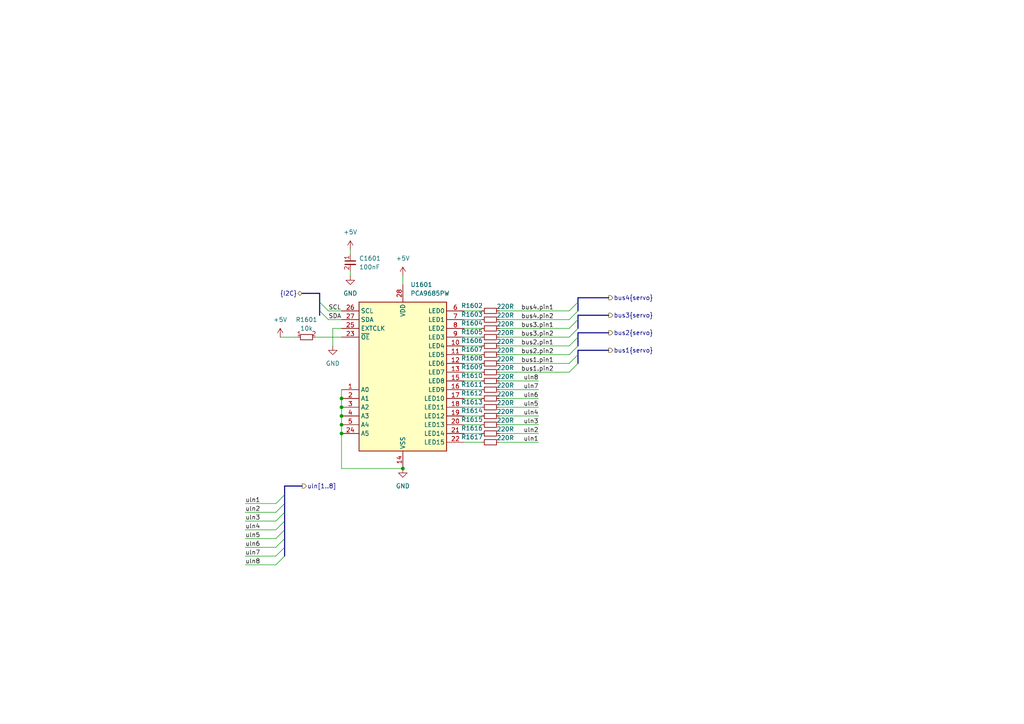
<source format=kicad_sch>
(kicad_sch (version 20231120) (generator "eeschema") (generator_version "8.0")
  (paper "A4")
  (lib_symbols
    (symbol "Device:R_Small" (pin_numbers hide) (pin_names (offset 0.254) hide)
      (property "Reference" "R" (at 0.762 0.508 0))
      (property "Value" "R_Small" (at 0.762 -1.016 0))
      (symbol "R_Small_0_1"
        (rectangle (start -0.762 1.778) (end 0.762 -1.778) (stroke (width 0.2032)))
      )
      (symbol "R_Small_1_1"
        (pin passive line (at 0 2.54 270) (length 0.762) (name "~") (number "1"))
        (pin passive line (at 0 -2.54 90) (length 0.762) (name "~") (number "2"))
      )
    )
    (symbol "Driver_LED:PCA9685PW"
      (property "Reference" "U" (at -12.7 22.225 0))
      (property "Value" "PCA9685PW" (at 1.27 22.225 0))
      (symbol "PCA9685PW_0_1"
        (rectangle (start -12.7 20.32) (end 12.7 -22.86) (stroke (width 0.254)) (fill (type background)))
      )
      (symbol "PCA9685PW_1_1"
        (pin input line (at -17.78 -5.08 0) (length 5.08) (name "A0") (number "1"))
        (pin output line (at 17.78 7.62 180) (length 5.08) (name "LED4") (number "10"))
        (pin output line (at 17.78 5.08 180) (length 5.08) (name "LED5") (number "11"))
        (pin output line (at 17.78 2.54 180) (length 5.08) (name "LED6") (number "12"))
        (pin output line (at 17.78 0 180) (length 5.08) (name "LED7") (number "13"))
        (pin power_in line (at 0 -27.94 90) (length 5.08) (name "VSS") (number "14"))
        (pin output line (at 17.78 -2.54 180) (length 5.08) (name "LED8") (number "15"))
        (pin output line (at 17.78 -5.08 180) (length 5.08) (name "LED9") (number "16"))
        (pin output line (at 17.78 -7.62 180) (length 5.08) (name "LED10") (number "17"))
        (pin output line (at 17.78 -10.16 180) (length 5.08) (name "LED11") (number "18"))
        (pin output line (at 17.78 -12.7 180) (length 5.08) (name "LED12") (number "19"))
        (pin input line (at -17.78 -7.62 0) (length 5.08) (name "A1") (number "2"))
        (pin output line (at 17.78 -15.24 180) (length 5.08) (name "LED13") (number "20"))
        (pin output line (at 17.78 -17.78 180) (length 5.08) (name "LED14") (number "21"))
        (pin output line (at 17.78 -20.32 180) (length 5.08) (name "LED15") (number "22"))
        (pin input line (at -17.78 10.16 0) (length 5.08) (name "~{OE}") (number "23"))
        (pin input line (at -17.78 -17.78 0) (length 5.08) (name "A5") (number "24"))
        (pin input line (at -17.78 12.7 0) (length 5.08) (name "EXTCLK") (number "25"))
        (pin input line (at -17.78 17.78 0) (length 5.08) (name "SCL") (number "26"))
        (pin bidirectional line (at -17.78 15.24 0) (length 5.08) (name "SDA") (number "27"))
        (pin power_in line (at 0 25.4 270) (length 5.08) (name "VDD") (number "28"))
        (pin input line (at -17.78 -10.16 0) (length 5.08) (name "A2") (number "3"))
        (pin input line (at -17.78 -12.7 0) (length 5.08) (name "A3") (number "4"))
        (pin input line (at -17.78 -15.24 0) (length 5.08) (name "A4") (number "5"))
        (pin output line (at 17.78 17.78 180) (length 5.08) (name "LED0") (number "6"))
        (pin output line (at 17.78 15.24 180) (length 5.08) (name "LED1") (number "7"))
        (pin output line (at 17.78 12.7 180) (length 5.08) (name "LED2") (number "8"))
        (pin output line (at 17.78 10.16 180) (length 5.08) (name "LED3") (number "9"))
      )
    )
    (symbol "capacitor_miscellaneous:C_0402_100nF"
      (property "Reference" "C" (at 1.27 2.54 0))
      (property "Value" "100nF" (at 3.81 -2.54 0))
      (symbol "C_0402_100nF_0_1"
        (polyline (pts (xy -1.524 -0.508) (xy 1.524 -0.508)) (stroke (width 0.3302)))
        (polyline (pts (xy -1.524 0.508) (xy 1.524 0.508)) (stroke (width 0.3048)))
      )
      (symbol "C_0402_100nF_1_1"
        (pin passive line (at 0 2.54 270) (length 2.032) (name "~") (number "1"))
        (pin passive line (at 0 -2.54 90) (length 2.032) (name "~") (number "2"))
      )
    )
    (symbol "power:+5V" (power) (pin_numbers hide) (pin_names (offset 0) hide)
      (property "Value" "+5V" (at 0 3.556 0))
      (symbol "+5V_0_1"
        (polyline (pts (xy -0.762 1.27) (xy 0 2.54)))
        (polyline (pts (xy 0 0) (xy 0 2.54)))
        (polyline (pts (xy 0 2.54) (xy 0.762 1.27)))
      )
      (symbol "+5V_1_1"
        (pin power_in line (at 0 0 90) (length 0) (name "~") (number "1"))
      )
    )
    (symbol "power:GND" (power) (pin_numbers hide) (pin_names (offset 0) hide)
      (property "Value" "GND" (at 0 -3.81 0))
      (symbol "GND_0_1"
        (polyline (pts (xy 0 0) (xy 0 -1.27) (xy 1.27 -1.27) (xy 0 -2.54) (xy -1.27 -1.27) (xy 0 -1.27)))
      )
      (symbol "GND_1_1"
        (pin power_in line (at 0 0 270) (length 0) (name "~") (number "1"))
      )
    )
    (symbol "resistors_0603:R_10k_0603"
      (property "Reference" "R" (at 1.27 2.54 0))
      (property "Value" "10k" (at 2.54 -2.54 0))
      (symbol "R_10k_0603_0_1"
        (rectangle (start -0.762 1.778) (end 0.762 -1.778) (stroke (width 0.2032)))
      )
      (symbol "R_10k_0603_1_1"
        (pin passive line (at 0 2.54 270) (length 0.762) (name "~") (number "1"))
        (pin passive line (at 0 -2.54 90) (length 0.762) (name "~") (number "2"))
      )
    )
  )
  (junction (at 99.06 123.19))
  (junction (at 116.84 135.89))
  (junction (at 99.06 118.11))
  (junction (at 99.06 120.65))
  (junction (at 99.06 115.57))
  (junction (at 99.06 125.73))
  (bus_entry (at 167.64 90.17) (size -2.54 2.54))
  (bus_entry (at 165.1 90.17) (size 2.54 -2.54))
  (bus_entry (at 167.64 102.87) (size -2.54 2.54))
  (bus_entry (at 80.01 163.83) (size 2.54 -2.54))
  (bus_entry (at 80.01 153.67) (size 2.54 -2.54))
  (bus_entry (at 80.01 146.05) (size 2.54 -2.54))
  (bus_entry (at 80.01 161.29) (size 2.54 -2.54))
  (bus_entry (at 80.01 151.13) (size 2.54 -2.54))
  (bus_entry (at 167.64 95.25) (size -2.54 2.54))
  (bus_entry (at 80.01 158.75) (size 2.54 -2.54))
  (bus_entry (at 92.71 87.63) (size 2.54 2.54))
  (bus_entry (at 167.64 100.33) (size -2.54 2.54))
  (bus_entry (at 167.64 92.71) (size -2.54 2.54))
  (bus_entry (at 92.71 90.17) (size 2.54 2.54))
  (bus_entry (at 80.01 156.21) (size 2.54 -2.54))
  (bus_entry (at 167.64 97.79) (size -2.54 2.54))
  (bus_entry (at 167.64 105.41) (size -2.54 2.54))
  (bus_entry (at 80.01 148.59) (size 2.54 -2.54))
  (bus (pts (xy 167.64 91.44) (xy 176.53 91.44)))
  (bus (pts (xy 167.64 86.36) (xy 167.64 87.63)))
  (wire (pts (xy 80.01 146.05) (xy 71.12 146.05)))
  (wire (pts (xy 134.62 105.41) (xy 139.7 105.41)))
  (wire (pts (xy 95.25 90.17) (xy 99.06 90.17)))
  (wire (pts (xy 134.62 102.87) (xy 139.7 102.87)))
  (bus (pts (xy 82.55 153.67) (xy 82.55 151.13)))
  (wire (pts (xy 80.01 153.67) (xy 71.12 153.67)))
  (wire (pts (xy 156.21 118.11) (xy 144.78 118.11)))
  (bus (pts (xy 82.55 148.59) (xy 82.55 146.05)))
  (bus (pts (xy 167.64 87.63) (xy 167.64 90.17)))
  (bus (pts (xy 82.55 151.13) (xy 82.55 148.59)))
  (bus (pts (xy 167.64 91.44) (xy 167.64 92.71)))
  (wire (pts (xy 156.21 113.03) (xy 144.78 113.03)))
  (wire (pts (xy 156.21 123.19) (xy 144.78 123.19)))
  (wire (pts (xy 144.78 95.25) (xy 165.1 95.25)))
  (bus (pts (xy 82.55 158.75) (xy 82.55 156.21)))
  (wire (pts (xy 99.06 135.89) (xy 116.84 135.89)))
  (wire (pts (xy 96.52 95.25) (xy 99.06 95.25)))
  (wire (pts (xy 99.06 125.73) (xy 99.06 135.89)))
  (bus (pts (xy 82.55 156.21) (xy 82.55 153.67)))
  (bus (pts (xy 167.64 96.52) (xy 176.53 96.52)))
  (wire (pts (xy 139.7 125.73) (xy 134.62 125.73)))
  (wire (pts (xy 144.78 102.87) (xy 165.1 102.87)))
  (wire (pts (xy 81.28 97.79) (xy 86.36 97.79)))
  (wire (pts (xy 156.21 110.49) (xy 144.78 110.49)))
  (bus (pts (xy 92.71 85.09) (xy 92.71 87.63)))
  (wire (pts (xy 139.7 110.49) (xy 134.62 110.49)))
  (bus (pts (xy 82.55 161.29) (xy 82.55 158.75)))
  (wire (pts (xy 134.62 97.79) (xy 139.7 97.79)))
  (bus (pts (xy 92.71 90.17) (xy 92.71 91.44)))
  (wire (pts (xy 134.62 90.17) (xy 139.7 90.17)))
  (wire (pts (xy 80.01 156.21) (xy 71.12 156.21)))
  (wire (pts (xy 139.7 120.65) (xy 134.62 120.65)))
  (wire (pts (xy 134.62 100.33) (xy 139.7 100.33)))
  (wire (pts (xy 80.01 151.13) (xy 71.12 151.13)))
  (wire (pts (xy 156.21 115.57) (xy 144.78 115.57)))
  (wire (pts (xy 116.84 80.01) (xy 116.84 82.55)))
  (wire (pts (xy 99.06 113.03) (xy 99.06 115.57)))
  (wire (pts (xy 134.62 92.71) (xy 139.7 92.71)))
  (wire (pts (xy 156.21 125.73) (xy 144.78 125.73)))
  (wire (pts (xy 96.52 100.33) (xy 96.52 95.25)))
  (wire (pts (xy 80.01 163.83) (xy 71.12 163.83)))
  (wire (pts (xy 144.78 97.79) (xy 165.1 97.79)))
  (wire (pts (xy 99.06 115.57) (xy 99.06 118.11)))
  (bus (pts (xy 82.55 143.51) (xy 82.55 140.97)))
  (wire (pts (xy 139.7 128.27) (xy 134.62 128.27)))
  (wire (pts (xy 99.06 123.19) (xy 99.06 125.73)))
  (wire (pts (xy 144.78 107.95) (xy 165.1 107.95)))
  (wire (pts (xy 144.78 100.33) (xy 165.1 100.33)))
  (wire (pts (xy 99.06 118.11) (xy 99.06 120.65)))
  (bus (pts (xy 167.64 97.79) (xy 167.64 100.33)))
  (bus (pts (xy 167.64 86.36) (xy 176.53 86.36)))
  (wire (pts (xy 139.7 118.11) (xy 134.62 118.11)))
  (wire (pts (xy 144.78 105.41) (xy 165.1 105.41)))
  (wire (pts (xy 134.62 95.25) (xy 139.7 95.25)))
  (bus (pts (xy 167.64 92.71) (xy 167.64 95.25)))
  (wire (pts (xy 139.7 113.03) (xy 134.62 113.03)))
  (wire (pts (xy 144.78 92.71) (xy 165.1 92.71)))
  (bus (pts (xy 167.64 101.6) (xy 176.53 101.6)))
  (wire (pts (xy 134.62 107.95) (xy 139.7 107.95)))
  (wire (pts (xy 99.06 120.65) (xy 99.06 123.19)))
  (wire (pts (xy 80.01 161.29) (xy 71.12 161.29)))
  (wire (pts (xy 80.01 148.59) (xy 71.12 148.59)))
  (bus (pts (xy 82.55 140.97) (xy 87.63 140.97)))
  (wire (pts (xy 91.44 97.79) (xy 99.06 97.79)))
  (bus (pts (xy 167.64 96.52) (xy 167.64 97.79)))
  (wire (pts (xy 139.7 115.57) (xy 134.62 115.57)))
  (wire (pts (xy 101.6 72.39) (xy 101.6 73.66)))
  (bus (pts (xy 82.55 146.05) (xy 82.55 143.51)))
  (wire (pts (xy 139.7 123.19) (xy 134.62 123.19)))
  (bus (pts (xy 167.64 102.87) (xy 167.64 105.41)))
  (wire (pts (xy 156.21 128.27) (xy 144.78 128.27)))
  (wire (pts (xy 101.6 78.74) (xy 101.6 80.01)))
  (bus (pts (xy 167.64 101.6) (xy 167.64 102.87)))
  (wire (pts (xy 80.01 158.75) (xy 71.12 158.75)))
  (wire (pts (xy 95.25 92.71) (xy 99.06 92.71)))
  (bus (pts (xy 87.63 85.09) (xy 92.71 85.09)))
  (bus (pts (xy 92.71 87.63) (xy 92.71 90.17)))
  (wire (pts (xy 144.78 90.17) (xy 165.1 90.17)))
  (wire (pts (xy 156.21 120.65) (xy 144.78 120.65)))
  (label "bus4.pin1" (at 151.13 90.17 0))
  (label "uln2" (at 71.12 148.59 0))
  (label "uln1" (at 71.12 146.05 0))
  (label "uln2" (at 156.21 125.73 180))
  (label "uln5" (at 71.12 156.21 0))
  (label "uln8" (at 156.21 110.49 180))
  (label "uln7" (at 156.21 113.03 180))
  (label "SDA" (at 95.25 92.71 0))
  (label "bus1.pin2" (at 151.13 107.95 0))
  (label "bus3.pin1" (at 151.13 95.25 0))
  (label "uln3" (at 71.12 151.13 0))
  (label "SCL" (at 95.25 90.17 0))
  (label "uln6" (at 156.21 115.57 180))
  (label "uln8" (at 71.12 163.83 0))
  (label "uln1" (at 156.21 128.27 180))
  (label "bus2.pin2" (at 151.13 102.87 0))
  (label "uln7" (at 71.12 161.29 0))
  (label "uln4" (at 156.21 120.65 180))
  (label "bus1.pin1" (at 151.13 105.41 0))
  (label "uln6" (at 71.12 158.75 0))
  (label "bus2.pin1" (at 151.13 100.33 0))
  (label "uln5" (at 156.21 118.11 180))
  (label "bus4.pin2" (at 151.13 92.71 0))
  (label "bus3.pin2" (at 151.13 97.79 0))
  (label "uln4" (at 71.12 153.67 0))
  (label "uln3" (at 156.21 123.19 180))
  (hierarchical_label "bus4{servo}" (shape output) (at 176.53 86.36 0))
  (hierarchical_label "bus1{servo}" (shape output) (at 176.53 101.6 0))
  (hierarchical_label "bus3{servo}" (shape output) (at 176.53 91.44 0))
  (hierarchical_label "bus2{servo}" (shape output) (at 176.53 96.52 0))
  (hierarchical_label "uln[1..8]" (shape output) (at 87.63 140.97 0))
  (hierarchical_label "{I2C}" (shape bidirectional) (at 87.63 85.09 180))
  (symbol (lib_id "Device:R_Small") (at 142.24 100.33 90) (unit 1)
    (property "Reference" "R1606" (at 136.906 98.806 90))
    (property "Value" "220R" (at 146.558 99.06 90))
    (property "Footprint" "Resistor_SMD:R_0402_1005Metric" (effects (hide yes)))
    (property "Description" "Resistor, small symbol" (effects (hide yes)))
    (property "JLCPCB Part#" "C25091" (effects (hide yes)))
  )
  (symbol (lib_id "Device:R_Small") (at 142.24 107.95 90) (unit 1)
    (property "Reference" "R1609" (at 136.906 106.426 90))
    (property "Value" "220R" (at 146.558 106.68 90))
    (property "Footprint" "Resistor_SMD:R_0402_1005Metric" (effects (hide yes)))
    (property "Description" "Resistor, small symbol" (effects (hide yes)))
    (property "JLCPCB Part#" "C25091" (effects (hide yes)))
  )
  (symbol (lib_id "power:GND") (at 96.52 100.33 0) (unit 1)
    (property "Reference" "#PWR01606" (effects (hide yes)))
    (property "Value" "GND" (at 96.52 105.41 0))
    (property "Description" "Power symbol creates a global label with name \"GND\" , ground" (effects (hide yes)))
  )
  (symbol (lib_id "power:GND") (at 101.6 80.01 0) (unit 1)
    (property "Reference" "#PWR01604" (effects (hide yes)))
    (property "Value" "GND" (at 101.6 85.09 0))
    (property "Description" "Power symbol creates a global label with name \"GND\" , ground" (effects (hide yes)))
  )
  (symbol (lib_id "Device:R_Small") (at 142.24 105.41 90) (unit 1)
    (property "Reference" "R1608" (at 136.906 103.886 90))
    (property "Value" "220R" (at 146.558 104.14 90))
    (property "Footprint" "Resistor_SMD:R_0402_1005Metric" (effects (hide yes)))
    (property "Description" "Resistor, small symbol" (effects (hide yes)))
    (property "JLCPCB Part#" "C25091" (effects (hide yes)))
  )
  (symbol (lib_id "Device:R_Small") (at 142.24 92.71 90) (unit 1)
    (property "Reference" "R1603" (at 136.906 91.186 90))
    (property "Value" "220R" (at 146.558 91.44 90))
    (property "Footprint" "Resistor_SMD:R_0402_1005Metric" (effects (hide yes)))
    (property "Description" "Resistor, small symbol" (effects (hide yes)))
    (property "JLCPCB Part#" "C25091" (effects (hide yes)))
  )
  (symbol (lib_id "Device:R_Small") (at 142.24 118.11 90) (unit 1)
    (property "Reference" "R1613" (at 136.906 116.586 90))
    (property "Value" "220R" (at 146.558 116.84 90))
    (property "Footprint" "Resistor_SMD:R_0402_1005Metric" (effects (hide yes)))
    (property "Description" "Resistor, small symbol" (effects (hide yes)))
    (property "JLCPCB Part#" "C25091" (effects (hide yes)))
  )
  (symbol (lib_id "Device:R_Small") (at 142.24 115.57 90) (unit 1)
    (property "Reference" "R1612" (at 136.906 114.046 90))
    (property "Value" "220R" (at 146.558 114.3 90))
    (property "Footprint" "Resistor_SMD:R_0402_1005Metric" (effects (hide yes)))
    (property "Description" "Resistor, small symbol" (effects (hide yes)))
    (property "JLCPCB Part#" "C25091" (effects (hide yes)))
  )
  (symbol (lib_id "Device:R_Small") (at 142.24 90.17 90) (unit 1)
    (property "Reference" "R1602" (at 136.906 88.646 90))
    (property "Value" "220R" (at 146.558 88.9 90))
    (property "Footprint" "Resistor_SMD:R_0402_1005Metric" (effects (hide yes)))
    (property "Description" "Resistor, small symbol" (effects (hide yes)))
    (property "JLCPCB Part#" "C25091" (effects (hide yes)))
  )
  (symbol (lib_id "power:+5V") (at 81.28 97.79 0) (unit 1)
    (property "Reference" "#PWR01605" (effects (hide yes)))
    (property "Value" "+5V" (at 81.28 92.71 0))
    (property "Description" "Power symbol creates a global label with name \"+5V\"" (effects (hide yes)))
  )
  (symbol (lib_id "Device:R_Small") (at 142.24 123.19 90) (unit 1)
    (property "Reference" "R1615" (at 136.906 121.666 90))
    (property "Value" "220R" (at 146.558 121.92 90))
    (property "Footprint" "Resistor_SMD:R_0402_1005Metric" (effects (hide yes)))
    (property "Description" "Resistor, small symbol" (effects (hide yes)))
    (property "JLCPCB Part#" "C25091" (effects (hide yes)))
  )
  (symbol (lib_id "Device:R_Small") (at 142.24 113.03 90) (unit 1)
    (property "Reference" "R1611" (at 136.906 111.506 90))
    (property "Value" "220R" (at 146.558 111.76 90))
    (property "Footprint" "Resistor_SMD:R_0402_1005Metric" (effects (hide yes)))
    (property "Description" "Resistor, small symbol" (effects (hide yes)))
    (property "JLCPCB Part#" "C25091" (effects (hide yes)))
  )
  (symbol (lib_id "power:GND") (at 116.84 135.89 0) (unit 1)
    (property "Reference" "#PWR01601" (effects (hide yes)))
    (property "Value" "GND" (at 116.84 140.97 0))
    (property "Description" "Power symbol creates a global label with name \"GND\" , ground" (effects (hide yes)))
  )
  (symbol (lib_id "Device:R_Small") (at 142.24 110.49 90) (unit 1)
    (property "Reference" "R1610" (at 136.906 108.966 90))
    (property "Value" "220R" (at 146.558 109.22 90))
    (property "Footprint" "Resistor_SMD:R_0402_1005Metric" (effects (hide yes)))
    (property "Description" "Resistor, small symbol" (effects (hide yes)))
    (property "JLCPCB Part#" "C25091" (effects (hide yes)))
  )
  (symbol (lib_id "Device:R_Small") (at 142.24 125.73 90) (unit 1)
    (property "Reference" "R1616" (at 136.906 124.206 90))
    (property "Value" "220R" (at 146.558 124.46 90))
    (property "Footprint" "Resistor_SMD:R_0402_1005Metric" (effects (hide yes)))
    (property "Description" "Resistor, small symbol" (effects (hide yes)))
    (property "JLCPCB Part#" "C25091" (effects (hide yes)))
  )
  (symbol (lib_id "Device:R_Small") (at 142.24 97.79 90) (unit 1)
    (property "Reference" "R1605" (at 136.906 96.266 90))
    (property "Value" "220R" (at 146.558 96.52 90))
    (property "Footprint" "Resistor_SMD:R_0402_1005Metric" (effects (hide yes)))
    (property "Description" "Resistor, small symbol" (effects (hide yes)))
    (property "JLCPCB Part#" "C25091" (effects (hide yes)))
  )
  (symbol (lib_id "resistors_0603:R_10k_0603") (at 88.9 97.79 90) (unit 1)
    (property "Reference" "R1601" (at 88.9 92.71 90))
    (property "Value" "10k" (at 88.9 95.25 90))
    (property "Footprint" "custom_kicad_lib_sk:R_0603_smalltext" (effects (hide yes)))
    (property "JLCPCB Part#" "C25804" (effects (hide yes)))
  )
  (symbol (lib_id "Device:R_Small") (at 142.24 102.87 90) (unit 1)
    (property "Reference" "R1607" (at 136.906 101.346 90))
    (property "Value" "220R" (at 146.558 101.6 90))
    (property "Footprint" "Resistor_SMD:R_0402_1005Metric" (effects (hide yes)))
    (property "Description" "Resistor, small symbol" (effects (hide yes)))
    (property "JLCPCB Part#" "C25091" (effects (hide yes)))
  )
  (symbol (lib_id "Device:R_Small") (at 142.24 95.25 90) (unit 1)
    (property "Reference" "R1604" (at 136.906 93.726 90))
    (property "Value" "220R" (at 146.558 93.98 90))
    (property "Footprint" "Resistor_SMD:R_0402_1005Metric" (effects (hide yes)))
    (property "Description" "Resistor, small symbol" (effects (hide yes)))
    (property "JLCPCB Part#" "C25091" (effects (hide yes)))
  )
  (symbol (lib_id "Device:R_Small") (at 142.24 120.65 90) (unit 1)
    (property "Reference" "R1614" (at 136.906 119.126 90))
    (property "Value" "220R" (at 146.558 119.38 90))
    (property "Footprint" "Resistor_SMD:R_0402_1005Metric" (effects (hide yes)))
    (property "Description" "Resistor, small symbol" (effects (hide yes)))
    (property "JLCPCB Part#" "C25091" (effects (hide yes)))
  )
  (symbol (lib_id "power:+5V") (at 116.84 80.01 0) (unit 1)
    (property "Reference" "#PWR01602" (effects (hide yes)))
    (property "Value" "+5V" (at 116.84 74.93 0))
    (property "Description" "Power symbol creates a global label with name \"+5V\"" (effects (hide yes)))
  )
  (symbol (lib_id "Driver_LED:PCA9685PW") (at 116.84 107.95 0) (unit 1)
    (property "Reference" "U1601" (at 119.0341 82.55 0) (effects (justify left)))
    (property "Value" "PCA9685PW" (at 119.0341 85.09 0) (effects (justify left)))
    (property "Footprint" "Package_SO:TSSOP-28_4.4x9.7mm_P0.65mm" (effects (hide yes)))
    (property "Datasheet" "http://www.nxp.com/docs/en/data-sheet/PCA9685.pdf" (effects (hide yes)))
    (property "Description" "16-channel 12-bit PWM Fm+ I2C-bus LED controller RGBA TSSOP" (effects (hide yes)))
    (property "JLCPCB Part#" "C2678753" (effects (hide yes)))
  )
  (symbol (lib_id "Device:R_Small") (at 142.24 128.27 90) (unit 1)
    (property "Reference" "R1617" (at 136.906 126.746 90))
    (property "Value" "220R" (at 146.558 127 90))
    (property "Footprint" "Resistor_SMD:R_0402_1005Metric" (effects (hide yes)))
    (property "Description" "Resistor, small symbol" (effects (hide yes)))
    (property "JLCPCB Part#" "C25091" (effects (hide yes)))
  )
  (symbol (lib_id "capacitor_miscellaneous:C_0402_100nF") (at 101.6 76.2 0) (unit 1)
    (property "Reference" "C1601" (at 104.14 74.9362 0) (effects (justify left)))
    (property "Value" "100nF" (at 104.14 77.4762 0) (effects (justify left)))
    (property "Footprint" "Capacitor_SMD:C_0402_1005Metric" (effects (hide yes)))
    (property "JLCPCB Part#" "C307331" (effects (hide yes)))
  )
  (symbol (lib_id "power:+5V") (at 101.6 72.39 0) (unit 1)
    (property "Reference" "#PWR01603" (effects (hide yes)))
    (property "Value" "+5V" (at 101.6 67.31 0))
    (property "Description" "Power symbol creates a global label with name \"+5V\"" (effects (hide yes)))
  )
)
</source>
